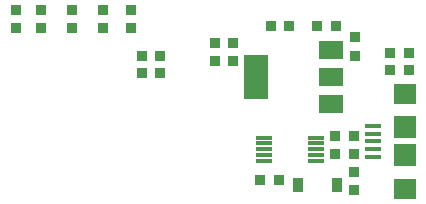
<source format=gtp>
%TF.GenerationSoftware,KiCad,Pcbnew,(5.99.0-8442-g3b424d3868)*%
%TF.CreationDate,2021-01-17T09:13:46+01:00*%
%TF.ProjectId,WiFi-Addon,57694669-2d41-4646-946f-6e2e6b696361,rev?*%
%TF.SameCoordinates,PX160b110PY9be08a8*%
%TF.FileFunction,Paste,Top*%
%TF.FilePolarity,Positive*%
%FSLAX46Y46*%
G04 Gerber Fmt 4.6, Leading zero omitted, Abs format (unit mm)*
G04 Created by KiCad (PCBNEW (5.99.0-8442-g3b424d3868)) date 2021-01-17 09:13:46*
%MOMM*%
%LPD*%
G01*
G04 APERTURE LIST*
%ADD10R,0.875000X0.950000*%
%ADD11R,0.950000X0.875000*%
%ADD12R,1.400000X0.300000*%
%ADD13R,0.900000X1.200000*%
%ADD14R,1.350000X0.400000*%
%ADD15R,1.900000X1.900000*%
%ADD16R,1.900000X1.800000*%
%ADD17R,2.000000X1.500000*%
%ADD18R,2.000000X3.800000*%
G04 APERTURE END LIST*
D10*
X24378500Y55489000D03*
X25953500Y55489000D03*
X25963500Y53989000D03*
X24388500Y53989000D03*
D11*
X15896000Y57781500D03*
X15896000Y59356500D03*
D10*
X39248500Y58019000D03*
X40823500Y58019000D03*
D11*
X42416000Y57056500D03*
X42416000Y55481500D03*
D12*
X39106000Y46549000D03*
X39106000Y47049000D03*
X39106000Y47549000D03*
X39106000Y48049000D03*
X39106000Y48549000D03*
X34706000Y48549000D03*
X34706000Y48049000D03*
X34706000Y47549000D03*
X34706000Y47049000D03*
X34706000Y46549000D03*
D11*
X42346000Y45646500D03*
X42346000Y44071500D03*
X23476000Y57781500D03*
X23476000Y59356500D03*
D10*
X36893500Y58029000D03*
X35318500Y58029000D03*
X42343500Y47179000D03*
X40768500Y47179000D03*
D13*
X37606000Y44529000D03*
X40906000Y44529000D03*
D14*
X44001800Y46933600D03*
X44001800Y47583600D03*
X44001800Y48233600D03*
X44001800Y48883600D03*
X44001800Y49533600D03*
D15*
X46676800Y47033600D03*
D16*
X46676800Y44233600D03*
X46676800Y52233600D03*
D15*
X46676800Y49433600D03*
D10*
X42343500Y48679000D03*
X40768500Y48679000D03*
D11*
X13726000Y57781500D03*
X13726000Y59356500D03*
D10*
X45418500Y54229000D03*
X46993500Y54229000D03*
D11*
X30626000Y55011500D03*
X30626000Y56586500D03*
D10*
X34418500Y44959000D03*
X35993500Y44959000D03*
D11*
X21076000Y57781500D03*
X21076000Y59356500D03*
X18476000Y57781500D03*
X18476000Y59356500D03*
D10*
X45438500Y55709000D03*
X47013500Y55709000D03*
D11*
X32096000Y55011500D03*
X32096000Y56586500D03*
D17*
X40396000Y51379000D03*
D18*
X34096000Y53679000D03*
D17*
X40396000Y53679000D03*
X40396000Y55979000D03*
M02*

</source>
